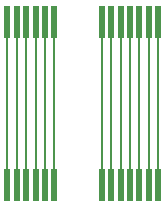
<source format=gbr>
%TF.GenerationSoftware,KiCad,Pcbnew,8.0.2-1*%
%TF.CreationDate,2024-06-17T18:27:33-04:00*%
%TF.ProjectId,Dummy Board,44756d6d-7920-4426-9f61-72642e6b6963,rev?*%
%TF.SameCoordinates,Original*%
%TF.FileFunction,Copper,L2,Bot*%
%TF.FilePolarity,Positive*%
%FSLAX46Y46*%
G04 Gerber Fmt 4.6, Leading zero omitted, Abs format (unit mm)*
G04 Created by KiCad (PCBNEW 8.0.2-1) date 2024-06-17 18:27:33*
%MOMM*%
%LPD*%
G01*
G04 APERTURE LIST*
%TA.AperFunction,ConnectorPad*%
%ADD10R,0.550000X2.800000*%
%TD*%
%TA.AperFunction,Conductor*%
%ADD11C,0.200000*%
%TD*%
G04 APERTURE END LIST*
D10*
%TO.P,REF\u002A\u002A,1*%
%TO.N,1*%
X131600000Y-76000000D03*
%TO.P,REF\u002A\u002A,3*%
%TO.N,N/C*%
X132400000Y-76000000D03*
%TO.P,REF\u002A\u002A,5*%
X133200000Y-76000000D03*
%TO.P,REF\u002A\u002A,7*%
X134000000Y-76000000D03*
%TO.P,REF\u002A\u002A,9*%
X134800000Y-76000000D03*
%TO.P,REF\u002A\u002A,11*%
X135600000Y-76000000D03*
%TO.P,REF\u002A\u002A,13*%
X139600000Y-76000000D03*
%TO.P,REF\u002A\u002A,15*%
X140400000Y-76000000D03*
%TO.P,REF\u002A\u002A,17*%
X141200000Y-76000000D03*
%TO.P,REF\u002A\u002A,19*%
X142000000Y-76000000D03*
%TO.P,REF\u002A\u002A,21*%
X142800000Y-76000000D03*
%TO.P,REF\u002A\u002A,23*%
X143600000Y-76000000D03*
%TO.P,REF\u002A\u002A,25*%
X144400000Y-76000000D03*
%TD*%
%TO.P,REF\u002A\u002A,2*%
%TO.N,1*%
X131600000Y-89800000D03*
%TO.P,REF\u002A\u002A,4*%
%TO.N,N/C*%
X132400000Y-89800000D03*
%TO.P,REF\u002A\u002A,6*%
X133200000Y-89800000D03*
%TO.P,REF\u002A\u002A,8*%
X134000000Y-89800000D03*
%TO.P,REF\u002A\u002A,10*%
X134800000Y-89800000D03*
%TO.P,REF\u002A\u002A,12*%
X135600000Y-89800000D03*
%TO.P,REF\u002A\u002A,14*%
X139600000Y-89800000D03*
%TO.P,REF\u002A\u002A,16*%
X140400000Y-89800000D03*
%TO.P,REF\u002A\u002A,18*%
X141200000Y-89800000D03*
%TO.P,REF\u002A\u002A,20*%
X142000000Y-89800000D03*
%TO.P,REF\u002A\u002A,22*%
X142800000Y-89800000D03*
%TO.P,REF\u002A\u002A,24*%
X143600000Y-89800000D03*
%TO.P,REF\u002A\u002A,26*%
X144400000Y-89800000D03*
%TD*%
D11*
%TO.N,1*%
X144400000Y-76000000D02*
X144400000Y-89800000D01*
X143600000Y-76000000D02*
X143600000Y-89800000D01*
X142800000Y-76000000D02*
X142800000Y-89800000D01*
X142000000Y-76000000D02*
X142000000Y-89800000D01*
X141200000Y-76000000D02*
X141200000Y-89800000D01*
X140400000Y-76000000D02*
X140400000Y-89800000D01*
X139600000Y-76000000D02*
X139600000Y-89800000D01*
X135600000Y-76000000D02*
X135600000Y-89800000D01*
X134800000Y-76000000D02*
X134800000Y-89800000D01*
X134000000Y-76000000D02*
X134000000Y-89800000D01*
X133200000Y-76000000D02*
X133200000Y-89800000D01*
X132400000Y-76000000D02*
X132400000Y-89800000D01*
X131600000Y-76000000D02*
X131600000Y-89800000D01*
%TD*%
M02*

</source>
